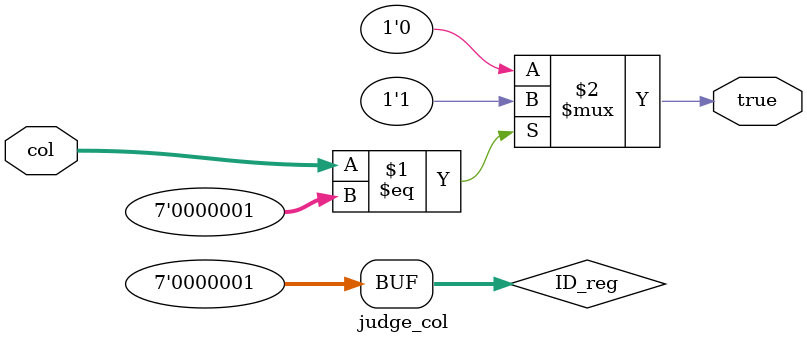
<source format=v>
module judge_col(
input [6:0] col,
output true
    );
    parameter [6:0] ID=5'b1;
    reg [6:0] ID_reg=ID;
    assign true=(col==ID_reg)?1'b1:1'b0;
endmodule

</source>
